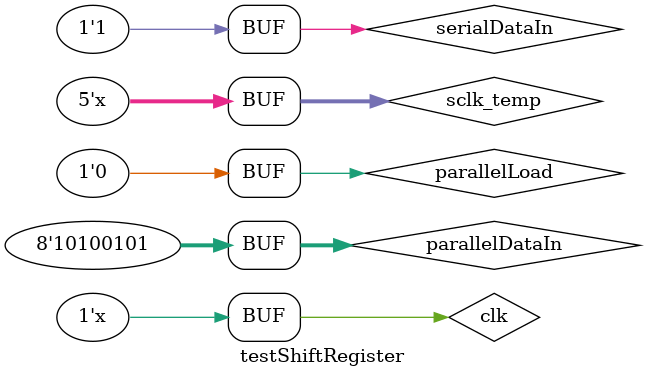
<source format=v>
module testShiftRegister;
parameter width = 8;
reg             clk;
reg             peripheralClkEdge;
reg             parallelLoad;
wire[width-1:0] parallelDataOut;
wire            serialDataOut;
reg[width-1:0]  parallelDataIn;
reg             serialDataIn;
reg [4:0] sclk_temp;
shiftregister #(width) sr(clk, peripheralClkEdge, parallelLoad, parallelDataIn, serialDataIn, parallelDataOut, serialDataOut);
initial begin clk=0; sclk_temp=0; end
always #10 clk=!clk;
initial parallelDataIn=16'hA5;
// serial clock
always #10 begin
	sclk_temp=sclk_temp+1;
	sclk_temp=sclk_temp % 10;
	if (sclk_temp==1) peripheralClkEdge=1;
	else peripheralClkEdge=0;
end
initial begin
parallelLoad=0;
serialDataIn=1; #200
serialDataIn=0; #200
serialDataIn=1; #200
serialDataIn=0; #200
serialDataIn=1; #200
serialDataIn=0; #200
serialDataIn=1; #200
serialDataIn=0; #200
serialDataIn=1;
parallelLoad=1; #20
parallelLoad=0; #180
serialDataIn=0; #200
serialDataIn=1; #200
serialDataIn=0; #200
serialDataIn=1; #200
serialDataIn=0; #200
serialDataIn=1;
//parallelLoad=0;
//$display("%b", parallelDataOut);
//serialDataIn=1;
//peripheralClkEdge=0; #90
//peripheralClkEdge=1; #10
//$display("%b", parallelDataOut);
//serialDataIn=1;
//peripheralClkEdge=0; #90
//peripheralClkEdge=1; #10
//$display("%b", parallelDataOut);
//serialDataIn=0;
//peripheralClkEdge=0; #90
//peripheralClkEdge=1; #10
//$display("%b", parallelDataOut);
//serialDataIn=1;
//peripheralClkEdge=0; #90
//peripheralClkEdge=1; #10
//$display("%b", parallelDataOut);
//serialDataIn=1;
//peripheralClkEdge=0; #90
//peripheralClkEdge=1; #10
//$display("%b", parallelDataOut);
//serialDataIn=0;
//peripheralClkEdge=0; #90
//peripheralClkEdge=1; #10
//$display("%b", parallelDataOut);
//parallelLoad=1;
//peripheralClkEdge=0; #90
//peripheralClkEdge=1; #10
//peripheralClkEdge=0; #90
//peripheralClkEdge=1; #10
//parallelLoad=0;
//peripheralClkEdge=0; #90
//peripheralClkEdge=1; #10
//peripheralClkEdge=0; #90
//peripheralClkEdge=1; #10
//peripheralClkEdge=0; #90
//peripheralClkEdge=1; #10
//peripheralClkEdge=0; #90
//peripheralClkEdge=1; #10
//peripheralClkEdge=0; #90
//peripheralClkEdge=1; #10
//peripheralClkEdge=0; #90
//peripheralClkEdge=1; #10
//peripheralClkEdge=0; #90
//peripheralClkEdge=1; #10
//peripheralClkEdge=0; #90
//peripheralClkEdge=1; #10
//peripheralClkEdge=0; #90
//peripheralClkEdge=1; #10
//peripheralClkEdge=0;
//$display("%b", parallelDataOut);
end
endmodule
</source>
